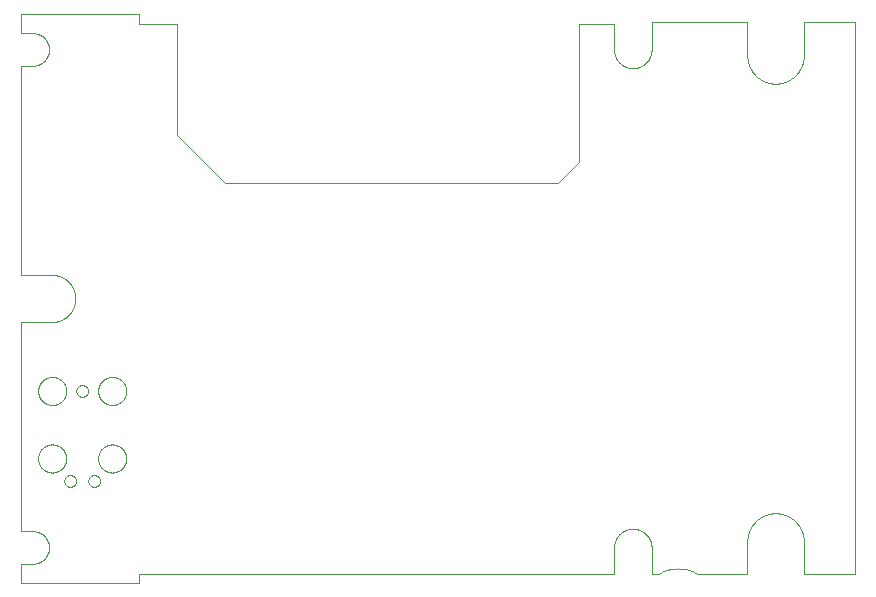
<source format=gbp>
G75*
%MOIN*%
%OFA0B0*%
%FSLAX25Y25*%
%IPPOS*%
%LPD*%
%AMOC8*
5,1,8,0,0,1.08239X$1,22.5*
%
%ADD10C,0.00100*%
%ADD11C,0.00000*%
D10*
X0007311Y0010025D02*
X0046681Y0010025D01*
X0046681Y0012741D01*
X0204998Y0012741D01*
X0204998Y0021741D01*
X0205000Y0021898D01*
X0205006Y0022055D01*
X0205016Y0022212D01*
X0205030Y0022368D01*
X0205047Y0022524D01*
X0205069Y0022680D01*
X0205094Y0022835D01*
X0205124Y0022989D01*
X0205157Y0023143D01*
X0205194Y0023295D01*
X0205235Y0023447D01*
X0205280Y0023598D01*
X0205329Y0023747D01*
X0205381Y0023895D01*
X0205437Y0024042D01*
X0205497Y0024187D01*
X0205560Y0024331D01*
X0205627Y0024473D01*
X0205697Y0024613D01*
X0205771Y0024752D01*
X0205848Y0024889D01*
X0205929Y0025023D01*
X0206013Y0025156D01*
X0206101Y0025286D01*
X0206192Y0025415D01*
X0206286Y0025541D01*
X0206383Y0025664D01*
X0206483Y0025785D01*
X0206586Y0025904D01*
X0206692Y0026019D01*
X0206801Y0026133D01*
X0206913Y0026243D01*
X0207027Y0026350D01*
X0207144Y0026455D01*
X0207264Y0026557D01*
X0207386Y0026655D01*
X0207511Y0026751D01*
X0207638Y0026843D01*
X0207768Y0026932D01*
X0207899Y0027018D01*
X0208033Y0027101D01*
X0208168Y0027180D01*
X0208306Y0027255D01*
X0208446Y0027328D01*
X0208587Y0027396D01*
X0208730Y0027461D01*
X0208874Y0027523D01*
X0209020Y0027581D01*
X0209168Y0027635D01*
X0209317Y0027685D01*
X0209467Y0027732D01*
X0209618Y0027775D01*
X0209770Y0027814D01*
X0209923Y0027849D01*
X0210077Y0027880D01*
X0210232Y0027908D01*
X0210387Y0027931D01*
X0210543Y0027951D01*
X0210699Y0027967D01*
X0210856Y0027979D01*
X0211012Y0027987D01*
X0211169Y0027991D01*
X0211327Y0027991D01*
X0211484Y0027987D01*
X0211640Y0027979D01*
X0211797Y0027967D01*
X0211953Y0027951D01*
X0212109Y0027931D01*
X0212264Y0027908D01*
X0212419Y0027880D01*
X0212573Y0027849D01*
X0212726Y0027814D01*
X0212878Y0027775D01*
X0213029Y0027732D01*
X0213179Y0027685D01*
X0213328Y0027635D01*
X0213476Y0027581D01*
X0213622Y0027523D01*
X0213766Y0027461D01*
X0213909Y0027396D01*
X0214050Y0027328D01*
X0214190Y0027255D01*
X0214328Y0027180D01*
X0214463Y0027101D01*
X0214597Y0027018D01*
X0214728Y0026932D01*
X0214858Y0026843D01*
X0214985Y0026751D01*
X0215110Y0026655D01*
X0215232Y0026557D01*
X0215352Y0026455D01*
X0215469Y0026350D01*
X0215583Y0026243D01*
X0215695Y0026133D01*
X0215804Y0026019D01*
X0215910Y0025904D01*
X0216013Y0025785D01*
X0216113Y0025664D01*
X0216210Y0025541D01*
X0216304Y0025415D01*
X0216395Y0025286D01*
X0216483Y0025156D01*
X0216567Y0025023D01*
X0216648Y0024889D01*
X0216725Y0024752D01*
X0216799Y0024613D01*
X0216869Y0024473D01*
X0216936Y0024331D01*
X0216999Y0024187D01*
X0217059Y0024042D01*
X0217115Y0023895D01*
X0217167Y0023747D01*
X0217216Y0023598D01*
X0217261Y0023447D01*
X0217302Y0023295D01*
X0217339Y0023143D01*
X0217372Y0022989D01*
X0217402Y0022835D01*
X0217427Y0022680D01*
X0217449Y0022524D01*
X0217466Y0022368D01*
X0217480Y0022212D01*
X0217490Y0022055D01*
X0217496Y0021898D01*
X0217498Y0021741D01*
X0217498Y0012741D01*
X0219528Y0012741D01*
X0233093Y0012741D02*
X0249411Y0012741D01*
X0249411Y0023741D01*
X0249414Y0023970D01*
X0249422Y0024199D01*
X0249436Y0024427D01*
X0249456Y0024655D01*
X0249481Y0024883D01*
X0249511Y0025110D01*
X0249547Y0025336D01*
X0249589Y0025561D01*
X0249636Y0025785D01*
X0249688Y0026008D01*
X0249746Y0026229D01*
X0249810Y0026449D01*
X0249878Y0026668D01*
X0249952Y0026884D01*
X0250031Y0027099D01*
X0250116Y0027312D01*
X0250205Y0027522D01*
X0250300Y0027731D01*
X0250399Y0027937D01*
X0250504Y0028141D01*
X0250614Y0028342D01*
X0250728Y0028540D01*
X0250847Y0028735D01*
X0250971Y0028928D01*
X0251100Y0029117D01*
X0251233Y0029303D01*
X0251371Y0029486D01*
X0251513Y0029666D01*
X0251659Y0029841D01*
X0251810Y0030014D01*
X0251965Y0030182D01*
X0252124Y0030347D01*
X0252287Y0030508D01*
X0252453Y0030665D01*
X0252624Y0030818D01*
X0252798Y0030966D01*
X0252976Y0031111D01*
X0253157Y0031250D01*
X0253342Y0031386D01*
X0253529Y0031517D01*
X0253720Y0031643D01*
X0253914Y0031765D01*
X0254111Y0031882D01*
X0254311Y0031994D01*
X0254513Y0032101D01*
X0254718Y0032203D01*
X0254925Y0032300D01*
X0255135Y0032392D01*
X0255346Y0032479D01*
X0255560Y0032561D01*
X0255776Y0032638D01*
X0255993Y0032709D01*
X0256213Y0032775D01*
X0256433Y0032835D01*
X0256656Y0032891D01*
X0256879Y0032940D01*
X0257104Y0032985D01*
X0257329Y0033023D01*
X0257556Y0033057D01*
X0257783Y0033085D01*
X0258011Y0033107D01*
X0258239Y0033124D01*
X0258468Y0033135D01*
X0258697Y0033140D01*
X0258925Y0033140D01*
X0259154Y0033135D01*
X0259383Y0033124D01*
X0259611Y0033107D01*
X0259839Y0033085D01*
X0260066Y0033057D01*
X0260293Y0033023D01*
X0260518Y0032985D01*
X0260743Y0032940D01*
X0260966Y0032891D01*
X0261189Y0032835D01*
X0261409Y0032775D01*
X0261629Y0032709D01*
X0261846Y0032638D01*
X0262062Y0032561D01*
X0262276Y0032479D01*
X0262487Y0032392D01*
X0262697Y0032300D01*
X0262904Y0032203D01*
X0263109Y0032101D01*
X0263311Y0031994D01*
X0263511Y0031882D01*
X0263708Y0031765D01*
X0263902Y0031643D01*
X0264093Y0031517D01*
X0264280Y0031386D01*
X0264465Y0031250D01*
X0264646Y0031111D01*
X0264824Y0030966D01*
X0264998Y0030818D01*
X0265169Y0030665D01*
X0265335Y0030508D01*
X0265498Y0030347D01*
X0265657Y0030182D01*
X0265812Y0030014D01*
X0265963Y0029841D01*
X0266109Y0029666D01*
X0266251Y0029486D01*
X0266389Y0029303D01*
X0266522Y0029117D01*
X0266651Y0028928D01*
X0266775Y0028735D01*
X0266894Y0028540D01*
X0267008Y0028342D01*
X0267118Y0028141D01*
X0267223Y0027937D01*
X0267322Y0027731D01*
X0267417Y0027522D01*
X0267506Y0027312D01*
X0267591Y0027099D01*
X0267670Y0026884D01*
X0267744Y0026668D01*
X0267812Y0026449D01*
X0267876Y0026229D01*
X0267934Y0026008D01*
X0267986Y0025785D01*
X0268033Y0025561D01*
X0268075Y0025336D01*
X0268111Y0025110D01*
X0268141Y0024883D01*
X0268166Y0024655D01*
X0268186Y0024427D01*
X0268200Y0024199D01*
X0268208Y0023970D01*
X0268211Y0023741D01*
X0268211Y0012741D01*
X0285311Y0012741D01*
X0285311Y0196741D01*
X0268211Y0196741D01*
X0268211Y0185741D01*
X0268208Y0185512D01*
X0268200Y0185283D01*
X0268186Y0185055D01*
X0268166Y0184827D01*
X0268141Y0184599D01*
X0268111Y0184372D01*
X0268075Y0184146D01*
X0268033Y0183921D01*
X0267986Y0183697D01*
X0267934Y0183474D01*
X0267876Y0183253D01*
X0267812Y0183033D01*
X0267744Y0182814D01*
X0267670Y0182598D01*
X0267591Y0182383D01*
X0267506Y0182170D01*
X0267417Y0181960D01*
X0267322Y0181751D01*
X0267223Y0181545D01*
X0267118Y0181341D01*
X0267008Y0181140D01*
X0266894Y0180942D01*
X0266775Y0180747D01*
X0266651Y0180554D01*
X0266522Y0180365D01*
X0266389Y0180179D01*
X0266251Y0179996D01*
X0266109Y0179816D01*
X0265963Y0179641D01*
X0265812Y0179468D01*
X0265657Y0179300D01*
X0265498Y0179135D01*
X0265335Y0178974D01*
X0265169Y0178817D01*
X0264998Y0178664D01*
X0264824Y0178516D01*
X0264646Y0178371D01*
X0264465Y0178232D01*
X0264280Y0178096D01*
X0264093Y0177965D01*
X0263902Y0177839D01*
X0263708Y0177717D01*
X0263511Y0177600D01*
X0263311Y0177488D01*
X0263109Y0177381D01*
X0262904Y0177279D01*
X0262697Y0177182D01*
X0262487Y0177090D01*
X0262276Y0177003D01*
X0262062Y0176921D01*
X0261846Y0176844D01*
X0261629Y0176773D01*
X0261409Y0176707D01*
X0261189Y0176647D01*
X0260966Y0176591D01*
X0260743Y0176542D01*
X0260518Y0176497D01*
X0260293Y0176459D01*
X0260066Y0176425D01*
X0259839Y0176397D01*
X0259611Y0176375D01*
X0259383Y0176358D01*
X0259154Y0176347D01*
X0258925Y0176342D01*
X0258697Y0176342D01*
X0258468Y0176347D01*
X0258239Y0176358D01*
X0258011Y0176375D01*
X0257783Y0176397D01*
X0257556Y0176425D01*
X0257329Y0176459D01*
X0257104Y0176497D01*
X0256879Y0176542D01*
X0256656Y0176591D01*
X0256433Y0176647D01*
X0256213Y0176707D01*
X0255993Y0176773D01*
X0255776Y0176844D01*
X0255560Y0176921D01*
X0255346Y0177003D01*
X0255135Y0177090D01*
X0254925Y0177182D01*
X0254718Y0177279D01*
X0254513Y0177381D01*
X0254311Y0177488D01*
X0254111Y0177600D01*
X0253914Y0177717D01*
X0253720Y0177839D01*
X0253529Y0177965D01*
X0253342Y0178096D01*
X0253157Y0178232D01*
X0252976Y0178371D01*
X0252798Y0178516D01*
X0252624Y0178664D01*
X0252453Y0178817D01*
X0252287Y0178974D01*
X0252124Y0179135D01*
X0251965Y0179300D01*
X0251810Y0179468D01*
X0251659Y0179641D01*
X0251513Y0179816D01*
X0251371Y0179996D01*
X0251233Y0180179D01*
X0251100Y0180365D01*
X0250971Y0180554D01*
X0250847Y0180747D01*
X0250728Y0180942D01*
X0250614Y0181140D01*
X0250504Y0181341D01*
X0250399Y0181545D01*
X0250300Y0181751D01*
X0250205Y0181960D01*
X0250116Y0182170D01*
X0250031Y0182383D01*
X0249952Y0182598D01*
X0249878Y0182814D01*
X0249810Y0183033D01*
X0249746Y0183253D01*
X0249688Y0183474D01*
X0249636Y0183697D01*
X0249589Y0183921D01*
X0249547Y0184146D01*
X0249511Y0184372D01*
X0249481Y0184599D01*
X0249456Y0184827D01*
X0249436Y0185055D01*
X0249422Y0185283D01*
X0249414Y0185512D01*
X0249411Y0185741D01*
X0249411Y0196741D01*
X0217498Y0196741D01*
X0217498Y0187741D01*
X0217496Y0187584D01*
X0217490Y0187427D01*
X0217480Y0187270D01*
X0217466Y0187114D01*
X0217449Y0186958D01*
X0217427Y0186802D01*
X0217402Y0186647D01*
X0217372Y0186493D01*
X0217339Y0186339D01*
X0217302Y0186187D01*
X0217261Y0186035D01*
X0217216Y0185884D01*
X0217167Y0185735D01*
X0217115Y0185587D01*
X0217059Y0185440D01*
X0216999Y0185295D01*
X0216936Y0185151D01*
X0216869Y0185009D01*
X0216799Y0184869D01*
X0216725Y0184730D01*
X0216648Y0184593D01*
X0216567Y0184459D01*
X0216483Y0184326D01*
X0216395Y0184196D01*
X0216304Y0184067D01*
X0216210Y0183941D01*
X0216113Y0183818D01*
X0216013Y0183697D01*
X0215910Y0183578D01*
X0215804Y0183463D01*
X0215695Y0183349D01*
X0215583Y0183239D01*
X0215469Y0183132D01*
X0215352Y0183027D01*
X0215232Y0182925D01*
X0215110Y0182827D01*
X0214985Y0182731D01*
X0214858Y0182639D01*
X0214728Y0182550D01*
X0214597Y0182464D01*
X0214463Y0182381D01*
X0214328Y0182302D01*
X0214190Y0182227D01*
X0214050Y0182154D01*
X0213909Y0182086D01*
X0213766Y0182021D01*
X0213622Y0181959D01*
X0213476Y0181901D01*
X0213328Y0181847D01*
X0213179Y0181797D01*
X0213029Y0181750D01*
X0212878Y0181707D01*
X0212726Y0181668D01*
X0212573Y0181633D01*
X0212419Y0181602D01*
X0212264Y0181574D01*
X0212109Y0181551D01*
X0211953Y0181531D01*
X0211797Y0181515D01*
X0211640Y0181503D01*
X0211484Y0181495D01*
X0211327Y0181491D01*
X0211169Y0181491D01*
X0211012Y0181495D01*
X0210856Y0181503D01*
X0210699Y0181515D01*
X0210543Y0181531D01*
X0210387Y0181551D01*
X0210232Y0181574D01*
X0210077Y0181602D01*
X0209923Y0181633D01*
X0209770Y0181668D01*
X0209618Y0181707D01*
X0209467Y0181750D01*
X0209317Y0181797D01*
X0209168Y0181847D01*
X0209020Y0181901D01*
X0208874Y0181959D01*
X0208730Y0182021D01*
X0208587Y0182086D01*
X0208446Y0182154D01*
X0208306Y0182227D01*
X0208168Y0182302D01*
X0208033Y0182381D01*
X0207899Y0182464D01*
X0207768Y0182550D01*
X0207638Y0182639D01*
X0207511Y0182731D01*
X0207386Y0182827D01*
X0207264Y0182925D01*
X0207144Y0183027D01*
X0207027Y0183132D01*
X0206913Y0183239D01*
X0206801Y0183349D01*
X0206692Y0183463D01*
X0206586Y0183578D01*
X0206483Y0183697D01*
X0206383Y0183818D01*
X0206286Y0183941D01*
X0206192Y0184067D01*
X0206101Y0184196D01*
X0206013Y0184326D01*
X0205929Y0184459D01*
X0205848Y0184593D01*
X0205771Y0184730D01*
X0205697Y0184869D01*
X0205627Y0185009D01*
X0205560Y0185151D01*
X0205497Y0185295D01*
X0205437Y0185440D01*
X0205381Y0185587D01*
X0205329Y0185735D01*
X0205280Y0185884D01*
X0205235Y0186035D01*
X0205194Y0186187D01*
X0205157Y0186339D01*
X0205124Y0186493D01*
X0205094Y0186647D01*
X0205069Y0186802D01*
X0205047Y0186958D01*
X0205030Y0187114D01*
X0205016Y0187270D01*
X0205006Y0187427D01*
X0205000Y0187584D01*
X0204998Y0187741D01*
X0204998Y0196300D01*
X0193300Y0196300D01*
X0193300Y0150300D01*
X0186300Y0143300D01*
X0075300Y0143300D01*
X0059300Y0159300D01*
X0059300Y0196300D01*
X0046681Y0196300D01*
X0046681Y0199458D01*
X0007311Y0199458D01*
X0007311Y0193155D01*
X0011248Y0193155D01*
X0011248Y0193154D02*
X0011393Y0193152D01*
X0011539Y0193146D01*
X0011684Y0193136D01*
X0011828Y0193123D01*
X0011973Y0193105D01*
X0012116Y0193084D01*
X0012259Y0193059D01*
X0012402Y0193030D01*
X0012543Y0192997D01*
X0012684Y0192960D01*
X0012824Y0192920D01*
X0012962Y0192875D01*
X0013099Y0192828D01*
X0013235Y0192776D01*
X0013370Y0192721D01*
X0013503Y0192662D01*
X0013634Y0192600D01*
X0013764Y0192534D01*
X0013891Y0192465D01*
X0014017Y0192392D01*
X0014141Y0192316D01*
X0014263Y0192237D01*
X0014382Y0192154D01*
X0014500Y0192068D01*
X0014615Y0191980D01*
X0014727Y0191888D01*
X0014837Y0191793D01*
X0014945Y0191695D01*
X0015050Y0191594D01*
X0015152Y0191491D01*
X0015251Y0191385D01*
X0015348Y0191276D01*
X0015441Y0191164D01*
X0015531Y0191051D01*
X0015619Y0190934D01*
X0015703Y0190816D01*
X0015784Y0190695D01*
X0015861Y0190572D01*
X0015936Y0190448D01*
X0016007Y0190321D01*
X0016074Y0190192D01*
X0016138Y0190062D01*
X0016199Y0189929D01*
X0016256Y0189796D01*
X0016309Y0189660D01*
X0016359Y0189524D01*
X0016405Y0189386D01*
X0016447Y0189247D01*
X0016486Y0189107D01*
X0016521Y0188966D01*
X0016552Y0188824D01*
X0016579Y0188681D01*
X0016602Y0188537D01*
X0016622Y0188393D01*
X0016637Y0188249D01*
X0016649Y0188104D01*
X0016657Y0187959D01*
X0016661Y0187814D01*
X0016661Y0187668D01*
X0016657Y0187523D01*
X0016649Y0187378D01*
X0016637Y0187233D01*
X0016622Y0187089D01*
X0016602Y0186945D01*
X0016579Y0186801D01*
X0016552Y0186658D01*
X0016521Y0186516D01*
X0016486Y0186375D01*
X0016447Y0186235D01*
X0016405Y0186096D01*
X0016359Y0185958D01*
X0016309Y0185822D01*
X0016256Y0185686D01*
X0016199Y0185553D01*
X0016138Y0185420D01*
X0016074Y0185290D01*
X0016007Y0185161D01*
X0015936Y0185035D01*
X0015861Y0184910D01*
X0015784Y0184787D01*
X0015703Y0184666D01*
X0015619Y0184548D01*
X0015531Y0184431D01*
X0015441Y0184318D01*
X0015348Y0184206D01*
X0015251Y0184097D01*
X0015152Y0183991D01*
X0015050Y0183888D01*
X0014945Y0183787D01*
X0014837Y0183689D01*
X0014727Y0183594D01*
X0014615Y0183502D01*
X0014500Y0183414D01*
X0014382Y0183328D01*
X0014263Y0183245D01*
X0014141Y0183166D01*
X0014017Y0183090D01*
X0013891Y0183017D01*
X0013764Y0182948D01*
X0013634Y0182882D01*
X0013503Y0182820D01*
X0013370Y0182761D01*
X0013235Y0182706D01*
X0013099Y0182654D01*
X0012962Y0182607D01*
X0012824Y0182562D01*
X0012684Y0182522D01*
X0012543Y0182485D01*
X0012402Y0182452D01*
X0012259Y0182423D01*
X0012116Y0182398D01*
X0011973Y0182377D01*
X0011828Y0182359D01*
X0011684Y0182346D01*
X0011539Y0182336D01*
X0011393Y0182330D01*
X0011248Y0182328D01*
X0007311Y0182328D01*
X0007311Y0112615D01*
X0017540Y0112615D01*
X0017732Y0112613D01*
X0017923Y0112606D01*
X0018115Y0112594D01*
X0018306Y0112578D01*
X0018496Y0112557D01*
X0018686Y0112531D01*
X0018876Y0112501D01*
X0019064Y0112466D01*
X0019252Y0112427D01*
X0019439Y0112383D01*
X0019624Y0112334D01*
X0019808Y0112281D01*
X0019991Y0112224D01*
X0020173Y0112162D01*
X0020353Y0112095D01*
X0020531Y0112025D01*
X0020708Y0111950D01*
X0020882Y0111870D01*
X0021055Y0111787D01*
X0021225Y0111699D01*
X0021394Y0111608D01*
X0021560Y0111512D01*
X0021723Y0111412D01*
X0021885Y0111308D01*
X0022043Y0111200D01*
X0022199Y0111089D01*
X0022352Y0110973D01*
X0022503Y0110854D01*
X0022650Y0110732D01*
X0022794Y0110605D01*
X0022936Y0110476D01*
X0023074Y0110343D01*
X0023209Y0110206D01*
X0023340Y0110066D01*
X0023468Y0109924D01*
X0023592Y0109778D01*
X0023713Y0109629D01*
X0023830Y0109477D01*
X0023944Y0109323D01*
X0024054Y0109165D01*
X0024159Y0109005D01*
X0024261Y0108843D01*
X0024359Y0108678D01*
X0024453Y0108511D01*
X0024543Y0108341D01*
X0024628Y0108170D01*
X0024710Y0107996D01*
X0024787Y0107821D01*
X0024860Y0107643D01*
X0024928Y0107464D01*
X0024992Y0107283D01*
X0025052Y0107101D01*
X0025107Y0106918D01*
X0025158Y0106733D01*
X0025204Y0106547D01*
X0025246Y0106359D01*
X0025283Y0106171D01*
X0025316Y0105982D01*
X0025343Y0105793D01*
X0025367Y0105602D01*
X0025385Y0105411D01*
X0025399Y0105220D01*
X0025409Y0105029D01*
X0025413Y0104837D01*
X0025413Y0104645D01*
X0025409Y0104453D01*
X0025399Y0104262D01*
X0025385Y0104071D01*
X0025367Y0103880D01*
X0025343Y0103689D01*
X0025316Y0103500D01*
X0025283Y0103311D01*
X0025246Y0103123D01*
X0025204Y0102935D01*
X0025158Y0102749D01*
X0025107Y0102564D01*
X0025052Y0102381D01*
X0024992Y0102199D01*
X0024928Y0102018D01*
X0024860Y0101839D01*
X0024787Y0101661D01*
X0024710Y0101486D01*
X0024628Y0101312D01*
X0024543Y0101141D01*
X0024453Y0100971D01*
X0024359Y0100804D01*
X0024261Y0100639D01*
X0024159Y0100477D01*
X0024054Y0100317D01*
X0023944Y0100159D01*
X0023830Y0100005D01*
X0023713Y0099853D01*
X0023592Y0099704D01*
X0023468Y0099558D01*
X0023340Y0099416D01*
X0023209Y0099276D01*
X0023074Y0099139D01*
X0022936Y0099006D01*
X0022794Y0098877D01*
X0022650Y0098750D01*
X0022503Y0098628D01*
X0022352Y0098509D01*
X0022199Y0098393D01*
X0022043Y0098282D01*
X0021885Y0098174D01*
X0021723Y0098070D01*
X0021560Y0097970D01*
X0021394Y0097874D01*
X0021225Y0097783D01*
X0021055Y0097695D01*
X0020882Y0097612D01*
X0020708Y0097532D01*
X0020531Y0097457D01*
X0020353Y0097387D01*
X0020173Y0097320D01*
X0019991Y0097258D01*
X0019808Y0097201D01*
X0019624Y0097148D01*
X0019439Y0097099D01*
X0019252Y0097055D01*
X0019064Y0097016D01*
X0018876Y0096981D01*
X0018686Y0096951D01*
X0018496Y0096925D01*
X0018306Y0096904D01*
X0018115Y0096888D01*
X0017923Y0096876D01*
X0017732Y0096869D01*
X0017540Y0096867D01*
X0007311Y0096867D01*
X0007311Y0027155D01*
X0011248Y0027155D01*
X0011248Y0027154D02*
X0011393Y0027152D01*
X0011539Y0027146D01*
X0011684Y0027136D01*
X0011828Y0027123D01*
X0011973Y0027105D01*
X0012116Y0027084D01*
X0012259Y0027059D01*
X0012402Y0027030D01*
X0012543Y0026997D01*
X0012684Y0026960D01*
X0012824Y0026920D01*
X0012962Y0026875D01*
X0013099Y0026828D01*
X0013235Y0026776D01*
X0013370Y0026721D01*
X0013503Y0026662D01*
X0013634Y0026600D01*
X0013764Y0026534D01*
X0013891Y0026465D01*
X0014017Y0026392D01*
X0014141Y0026316D01*
X0014263Y0026237D01*
X0014382Y0026154D01*
X0014500Y0026068D01*
X0014615Y0025980D01*
X0014727Y0025888D01*
X0014837Y0025793D01*
X0014945Y0025695D01*
X0015050Y0025594D01*
X0015152Y0025491D01*
X0015251Y0025385D01*
X0015348Y0025276D01*
X0015441Y0025164D01*
X0015531Y0025051D01*
X0015619Y0024934D01*
X0015703Y0024816D01*
X0015784Y0024695D01*
X0015861Y0024572D01*
X0015936Y0024448D01*
X0016007Y0024321D01*
X0016074Y0024192D01*
X0016138Y0024062D01*
X0016199Y0023929D01*
X0016256Y0023796D01*
X0016309Y0023660D01*
X0016359Y0023524D01*
X0016405Y0023386D01*
X0016447Y0023247D01*
X0016486Y0023107D01*
X0016521Y0022966D01*
X0016552Y0022824D01*
X0016579Y0022681D01*
X0016602Y0022537D01*
X0016622Y0022393D01*
X0016637Y0022249D01*
X0016649Y0022104D01*
X0016657Y0021959D01*
X0016661Y0021814D01*
X0016661Y0021668D01*
X0016657Y0021523D01*
X0016649Y0021378D01*
X0016637Y0021233D01*
X0016622Y0021089D01*
X0016602Y0020945D01*
X0016579Y0020801D01*
X0016552Y0020658D01*
X0016521Y0020516D01*
X0016486Y0020375D01*
X0016447Y0020235D01*
X0016405Y0020096D01*
X0016359Y0019958D01*
X0016309Y0019822D01*
X0016256Y0019686D01*
X0016199Y0019553D01*
X0016138Y0019420D01*
X0016074Y0019290D01*
X0016007Y0019161D01*
X0015936Y0019035D01*
X0015861Y0018910D01*
X0015784Y0018787D01*
X0015703Y0018666D01*
X0015619Y0018548D01*
X0015531Y0018431D01*
X0015441Y0018318D01*
X0015348Y0018206D01*
X0015251Y0018097D01*
X0015152Y0017991D01*
X0015050Y0017888D01*
X0014945Y0017787D01*
X0014837Y0017689D01*
X0014727Y0017594D01*
X0014615Y0017502D01*
X0014500Y0017414D01*
X0014382Y0017328D01*
X0014263Y0017245D01*
X0014141Y0017166D01*
X0014017Y0017090D01*
X0013891Y0017017D01*
X0013764Y0016948D01*
X0013634Y0016882D01*
X0013503Y0016820D01*
X0013370Y0016761D01*
X0013235Y0016706D01*
X0013099Y0016654D01*
X0012962Y0016607D01*
X0012824Y0016562D01*
X0012684Y0016522D01*
X0012543Y0016485D01*
X0012402Y0016452D01*
X0012259Y0016423D01*
X0012116Y0016398D01*
X0011973Y0016377D01*
X0011828Y0016359D01*
X0011684Y0016346D01*
X0011539Y0016336D01*
X0011393Y0016330D01*
X0011248Y0016328D01*
X0007311Y0016328D01*
X0007311Y0010025D01*
X0219529Y0012741D02*
X0219787Y0012903D01*
X0220049Y0013059D01*
X0220315Y0013209D01*
X0220584Y0013352D01*
X0220857Y0013488D01*
X0221133Y0013618D01*
X0221412Y0013741D01*
X0221695Y0013857D01*
X0221979Y0013966D01*
X0222267Y0014069D01*
X0222557Y0014164D01*
X0222849Y0014252D01*
X0223143Y0014333D01*
X0223439Y0014407D01*
X0223737Y0014473D01*
X0224036Y0014532D01*
X0224336Y0014584D01*
X0224638Y0014629D01*
X0224941Y0014666D01*
X0225245Y0014695D01*
X0225549Y0014718D01*
X0225854Y0014733D01*
X0226158Y0014740D01*
X0226464Y0014740D01*
X0226768Y0014733D01*
X0227073Y0014718D01*
X0227377Y0014695D01*
X0227681Y0014666D01*
X0227984Y0014629D01*
X0228286Y0014584D01*
X0228586Y0014532D01*
X0228885Y0014473D01*
X0229183Y0014407D01*
X0229479Y0014333D01*
X0229773Y0014252D01*
X0230065Y0014164D01*
X0230355Y0014069D01*
X0230643Y0013966D01*
X0230927Y0013857D01*
X0231210Y0013741D01*
X0231489Y0013618D01*
X0231765Y0013488D01*
X0232038Y0013352D01*
X0232307Y0013209D01*
X0232573Y0013059D01*
X0232835Y0012903D01*
X0233093Y0012741D01*
D11*
X0033025Y0051400D02*
X0033027Y0051537D01*
X0033033Y0051673D01*
X0033043Y0051809D01*
X0033057Y0051945D01*
X0033075Y0052081D01*
X0033097Y0052216D01*
X0033122Y0052350D01*
X0033152Y0052483D01*
X0033186Y0052615D01*
X0033223Y0052747D01*
X0033264Y0052877D01*
X0033310Y0053006D01*
X0033358Y0053134D01*
X0033411Y0053260D01*
X0033467Y0053384D01*
X0033527Y0053507D01*
X0033590Y0053628D01*
X0033657Y0053747D01*
X0033727Y0053864D01*
X0033801Y0053980D01*
X0033878Y0054092D01*
X0033958Y0054203D01*
X0034042Y0054311D01*
X0034129Y0054417D01*
X0034218Y0054520D01*
X0034311Y0054620D01*
X0034406Y0054718D01*
X0034505Y0054813D01*
X0034606Y0054905D01*
X0034710Y0054993D01*
X0034816Y0055079D01*
X0034925Y0055162D01*
X0035036Y0055241D01*
X0035149Y0055318D01*
X0035265Y0055391D01*
X0035382Y0055460D01*
X0035502Y0055526D01*
X0035623Y0055588D01*
X0035747Y0055647D01*
X0035872Y0055703D01*
X0035998Y0055754D01*
X0036126Y0055802D01*
X0036255Y0055846D01*
X0036386Y0055887D01*
X0036518Y0055923D01*
X0036650Y0055956D01*
X0036784Y0055984D01*
X0036918Y0056009D01*
X0037053Y0056030D01*
X0037189Y0056047D01*
X0037325Y0056060D01*
X0037461Y0056069D01*
X0037598Y0056074D01*
X0037734Y0056075D01*
X0037871Y0056072D01*
X0038007Y0056065D01*
X0038143Y0056054D01*
X0038279Y0056039D01*
X0038414Y0056020D01*
X0038549Y0055997D01*
X0038683Y0055970D01*
X0038816Y0055940D01*
X0038948Y0055905D01*
X0039080Y0055867D01*
X0039209Y0055825D01*
X0039338Y0055779D01*
X0039465Y0055729D01*
X0039591Y0055675D01*
X0039715Y0055618D01*
X0039838Y0055558D01*
X0039958Y0055493D01*
X0040077Y0055426D01*
X0040193Y0055355D01*
X0040308Y0055280D01*
X0040420Y0055202D01*
X0040530Y0055121D01*
X0040638Y0055037D01*
X0040743Y0054949D01*
X0040845Y0054859D01*
X0040945Y0054766D01*
X0041042Y0054669D01*
X0041136Y0054570D01*
X0041227Y0054469D01*
X0041315Y0054364D01*
X0041400Y0054257D01*
X0041482Y0054148D01*
X0041561Y0054036D01*
X0041636Y0053922D01*
X0041708Y0053806D01*
X0041777Y0053688D01*
X0041842Y0053568D01*
X0041904Y0053446D01*
X0041962Y0053322D01*
X0042016Y0053197D01*
X0042067Y0053070D01*
X0042113Y0052942D01*
X0042157Y0052812D01*
X0042196Y0052681D01*
X0042232Y0052549D01*
X0042263Y0052416D01*
X0042291Y0052283D01*
X0042315Y0052148D01*
X0042335Y0052013D01*
X0042351Y0051877D01*
X0042363Y0051741D01*
X0042371Y0051605D01*
X0042375Y0051468D01*
X0042375Y0051332D01*
X0042371Y0051195D01*
X0042363Y0051059D01*
X0042351Y0050923D01*
X0042335Y0050787D01*
X0042315Y0050652D01*
X0042291Y0050517D01*
X0042263Y0050384D01*
X0042232Y0050251D01*
X0042196Y0050119D01*
X0042157Y0049988D01*
X0042113Y0049858D01*
X0042067Y0049730D01*
X0042016Y0049603D01*
X0041962Y0049478D01*
X0041904Y0049354D01*
X0041842Y0049232D01*
X0041777Y0049112D01*
X0041708Y0048994D01*
X0041636Y0048878D01*
X0041561Y0048764D01*
X0041482Y0048652D01*
X0041400Y0048543D01*
X0041315Y0048436D01*
X0041227Y0048331D01*
X0041136Y0048230D01*
X0041042Y0048131D01*
X0040945Y0048034D01*
X0040845Y0047941D01*
X0040743Y0047851D01*
X0040638Y0047763D01*
X0040530Y0047679D01*
X0040420Y0047598D01*
X0040308Y0047520D01*
X0040193Y0047445D01*
X0040077Y0047374D01*
X0039958Y0047307D01*
X0039838Y0047242D01*
X0039715Y0047182D01*
X0039591Y0047125D01*
X0039465Y0047071D01*
X0039338Y0047021D01*
X0039209Y0046975D01*
X0039080Y0046933D01*
X0038948Y0046895D01*
X0038816Y0046860D01*
X0038683Y0046830D01*
X0038549Y0046803D01*
X0038414Y0046780D01*
X0038279Y0046761D01*
X0038143Y0046746D01*
X0038007Y0046735D01*
X0037871Y0046728D01*
X0037734Y0046725D01*
X0037598Y0046726D01*
X0037461Y0046731D01*
X0037325Y0046740D01*
X0037189Y0046753D01*
X0037053Y0046770D01*
X0036918Y0046791D01*
X0036784Y0046816D01*
X0036650Y0046844D01*
X0036518Y0046877D01*
X0036386Y0046913D01*
X0036255Y0046954D01*
X0036126Y0046998D01*
X0035998Y0047046D01*
X0035872Y0047097D01*
X0035747Y0047153D01*
X0035623Y0047212D01*
X0035502Y0047274D01*
X0035382Y0047340D01*
X0035265Y0047409D01*
X0035149Y0047482D01*
X0035036Y0047559D01*
X0034925Y0047638D01*
X0034816Y0047721D01*
X0034710Y0047807D01*
X0034606Y0047895D01*
X0034505Y0047987D01*
X0034406Y0048082D01*
X0034311Y0048180D01*
X0034218Y0048280D01*
X0034129Y0048383D01*
X0034042Y0048489D01*
X0033958Y0048597D01*
X0033878Y0048708D01*
X0033801Y0048820D01*
X0033727Y0048936D01*
X0033657Y0049053D01*
X0033590Y0049172D01*
X0033527Y0049293D01*
X0033467Y0049416D01*
X0033411Y0049540D01*
X0033358Y0049666D01*
X0033310Y0049794D01*
X0033264Y0049923D01*
X0033223Y0050053D01*
X0033186Y0050185D01*
X0033152Y0050317D01*
X0033122Y0050450D01*
X0033097Y0050584D01*
X0033075Y0050719D01*
X0033057Y0050855D01*
X0033043Y0050991D01*
X0033033Y0051127D01*
X0033027Y0051263D01*
X0033025Y0051400D01*
X0029750Y0043900D02*
X0029752Y0043988D01*
X0029758Y0044076D01*
X0029768Y0044164D01*
X0029782Y0044251D01*
X0029800Y0044337D01*
X0029821Y0044422D01*
X0029847Y0044507D01*
X0029876Y0044590D01*
X0029909Y0044672D01*
X0029946Y0044752D01*
X0029986Y0044830D01*
X0030030Y0044907D01*
X0030077Y0044981D01*
X0030128Y0045053D01*
X0030181Y0045123D01*
X0030238Y0045191D01*
X0030298Y0045255D01*
X0030361Y0045317D01*
X0030426Y0045376D01*
X0030494Y0045432D01*
X0030565Y0045485D01*
X0030637Y0045535D01*
X0030712Y0045581D01*
X0030789Y0045624D01*
X0030868Y0045664D01*
X0030949Y0045699D01*
X0031031Y0045732D01*
X0031114Y0045760D01*
X0031199Y0045785D01*
X0031285Y0045805D01*
X0031371Y0045822D01*
X0031458Y0045835D01*
X0031546Y0045844D01*
X0031634Y0045849D01*
X0031722Y0045850D01*
X0031810Y0045847D01*
X0031898Y0045840D01*
X0031985Y0045829D01*
X0032072Y0045814D01*
X0032158Y0045795D01*
X0032244Y0045773D01*
X0032328Y0045746D01*
X0032410Y0045716D01*
X0032492Y0045682D01*
X0032572Y0045644D01*
X0032649Y0045603D01*
X0032725Y0045559D01*
X0032799Y0045511D01*
X0032871Y0045459D01*
X0032940Y0045405D01*
X0033007Y0045347D01*
X0033071Y0045287D01*
X0033132Y0045223D01*
X0033191Y0045157D01*
X0033246Y0045089D01*
X0033298Y0045017D01*
X0033347Y0044944D01*
X0033392Y0044869D01*
X0033434Y0044791D01*
X0033473Y0044712D01*
X0033508Y0044631D01*
X0033539Y0044548D01*
X0033566Y0044465D01*
X0033590Y0044380D01*
X0033610Y0044294D01*
X0033626Y0044207D01*
X0033638Y0044120D01*
X0033646Y0044032D01*
X0033650Y0043944D01*
X0033650Y0043856D01*
X0033646Y0043768D01*
X0033638Y0043680D01*
X0033626Y0043593D01*
X0033610Y0043506D01*
X0033590Y0043420D01*
X0033566Y0043335D01*
X0033539Y0043252D01*
X0033508Y0043169D01*
X0033473Y0043088D01*
X0033434Y0043009D01*
X0033392Y0042931D01*
X0033347Y0042856D01*
X0033298Y0042783D01*
X0033246Y0042711D01*
X0033191Y0042643D01*
X0033132Y0042577D01*
X0033071Y0042513D01*
X0033007Y0042453D01*
X0032940Y0042395D01*
X0032871Y0042341D01*
X0032799Y0042289D01*
X0032725Y0042241D01*
X0032649Y0042197D01*
X0032572Y0042156D01*
X0032492Y0042118D01*
X0032410Y0042084D01*
X0032328Y0042054D01*
X0032244Y0042027D01*
X0032158Y0042005D01*
X0032072Y0041986D01*
X0031985Y0041971D01*
X0031898Y0041960D01*
X0031810Y0041953D01*
X0031722Y0041950D01*
X0031634Y0041951D01*
X0031546Y0041956D01*
X0031458Y0041965D01*
X0031371Y0041978D01*
X0031285Y0041995D01*
X0031199Y0042015D01*
X0031114Y0042040D01*
X0031031Y0042068D01*
X0030949Y0042101D01*
X0030868Y0042136D01*
X0030789Y0042176D01*
X0030712Y0042219D01*
X0030637Y0042265D01*
X0030565Y0042315D01*
X0030494Y0042368D01*
X0030426Y0042424D01*
X0030361Y0042483D01*
X0030298Y0042545D01*
X0030238Y0042609D01*
X0030181Y0042677D01*
X0030128Y0042747D01*
X0030077Y0042819D01*
X0030030Y0042893D01*
X0029986Y0042970D01*
X0029946Y0043048D01*
X0029909Y0043128D01*
X0029876Y0043210D01*
X0029847Y0043293D01*
X0029821Y0043378D01*
X0029800Y0043463D01*
X0029782Y0043549D01*
X0029768Y0043636D01*
X0029758Y0043724D01*
X0029752Y0043812D01*
X0029750Y0043900D01*
X0021750Y0043900D02*
X0021752Y0043988D01*
X0021758Y0044076D01*
X0021768Y0044164D01*
X0021782Y0044251D01*
X0021800Y0044337D01*
X0021821Y0044422D01*
X0021847Y0044507D01*
X0021876Y0044590D01*
X0021909Y0044672D01*
X0021946Y0044752D01*
X0021986Y0044830D01*
X0022030Y0044907D01*
X0022077Y0044981D01*
X0022128Y0045053D01*
X0022181Y0045123D01*
X0022238Y0045191D01*
X0022298Y0045255D01*
X0022361Y0045317D01*
X0022426Y0045376D01*
X0022494Y0045432D01*
X0022565Y0045485D01*
X0022637Y0045535D01*
X0022712Y0045581D01*
X0022789Y0045624D01*
X0022868Y0045664D01*
X0022949Y0045699D01*
X0023031Y0045732D01*
X0023114Y0045760D01*
X0023199Y0045785D01*
X0023285Y0045805D01*
X0023371Y0045822D01*
X0023458Y0045835D01*
X0023546Y0045844D01*
X0023634Y0045849D01*
X0023722Y0045850D01*
X0023810Y0045847D01*
X0023898Y0045840D01*
X0023985Y0045829D01*
X0024072Y0045814D01*
X0024158Y0045795D01*
X0024244Y0045773D01*
X0024328Y0045746D01*
X0024410Y0045716D01*
X0024492Y0045682D01*
X0024572Y0045644D01*
X0024649Y0045603D01*
X0024725Y0045559D01*
X0024799Y0045511D01*
X0024871Y0045459D01*
X0024940Y0045405D01*
X0025007Y0045347D01*
X0025071Y0045287D01*
X0025132Y0045223D01*
X0025191Y0045157D01*
X0025246Y0045089D01*
X0025298Y0045017D01*
X0025347Y0044944D01*
X0025392Y0044869D01*
X0025434Y0044791D01*
X0025473Y0044712D01*
X0025508Y0044631D01*
X0025539Y0044548D01*
X0025566Y0044465D01*
X0025590Y0044380D01*
X0025610Y0044294D01*
X0025626Y0044207D01*
X0025638Y0044120D01*
X0025646Y0044032D01*
X0025650Y0043944D01*
X0025650Y0043856D01*
X0025646Y0043768D01*
X0025638Y0043680D01*
X0025626Y0043593D01*
X0025610Y0043506D01*
X0025590Y0043420D01*
X0025566Y0043335D01*
X0025539Y0043252D01*
X0025508Y0043169D01*
X0025473Y0043088D01*
X0025434Y0043009D01*
X0025392Y0042931D01*
X0025347Y0042856D01*
X0025298Y0042783D01*
X0025246Y0042711D01*
X0025191Y0042643D01*
X0025132Y0042577D01*
X0025071Y0042513D01*
X0025007Y0042453D01*
X0024940Y0042395D01*
X0024871Y0042341D01*
X0024799Y0042289D01*
X0024725Y0042241D01*
X0024649Y0042197D01*
X0024572Y0042156D01*
X0024492Y0042118D01*
X0024410Y0042084D01*
X0024328Y0042054D01*
X0024244Y0042027D01*
X0024158Y0042005D01*
X0024072Y0041986D01*
X0023985Y0041971D01*
X0023898Y0041960D01*
X0023810Y0041953D01*
X0023722Y0041950D01*
X0023634Y0041951D01*
X0023546Y0041956D01*
X0023458Y0041965D01*
X0023371Y0041978D01*
X0023285Y0041995D01*
X0023199Y0042015D01*
X0023114Y0042040D01*
X0023031Y0042068D01*
X0022949Y0042101D01*
X0022868Y0042136D01*
X0022789Y0042176D01*
X0022712Y0042219D01*
X0022637Y0042265D01*
X0022565Y0042315D01*
X0022494Y0042368D01*
X0022426Y0042424D01*
X0022361Y0042483D01*
X0022298Y0042545D01*
X0022238Y0042609D01*
X0022181Y0042677D01*
X0022128Y0042747D01*
X0022077Y0042819D01*
X0022030Y0042893D01*
X0021986Y0042970D01*
X0021946Y0043048D01*
X0021909Y0043128D01*
X0021876Y0043210D01*
X0021847Y0043293D01*
X0021821Y0043378D01*
X0021800Y0043463D01*
X0021782Y0043549D01*
X0021768Y0043636D01*
X0021758Y0043724D01*
X0021752Y0043812D01*
X0021750Y0043900D01*
X0013025Y0051400D02*
X0013027Y0051537D01*
X0013033Y0051673D01*
X0013043Y0051809D01*
X0013057Y0051945D01*
X0013075Y0052081D01*
X0013097Y0052216D01*
X0013122Y0052350D01*
X0013152Y0052483D01*
X0013186Y0052615D01*
X0013223Y0052747D01*
X0013264Y0052877D01*
X0013310Y0053006D01*
X0013358Y0053134D01*
X0013411Y0053260D01*
X0013467Y0053384D01*
X0013527Y0053507D01*
X0013590Y0053628D01*
X0013657Y0053747D01*
X0013727Y0053864D01*
X0013801Y0053980D01*
X0013878Y0054092D01*
X0013958Y0054203D01*
X0014042Y0054311D01*
X0014129Y0054417D01*
X0014218Y0054520D01*
X0014311Y0054620D01*
X0014406Y0054718D01*
X0014505Y0054813D01*
X0014606Y0054905D01*
X0014710Y0054993D01*
X0014816Y0055079D01*
X0014925Y0055162D01*
X0015036Y0055241D01*
X0015149Y0055318D01*
X0015265Y0055391D01*
X0015382Y0055460D01*
X0015502Y0055526D01*
X0015623Y0055588D01*
X0015747Y0055647D01*
X0015872Y0055703D01*
X0015998Y0055754D01*
X0016126Y0055802D01*
X0016255Y0055846D01*
X0016386Y0055887D01*
X0016518Y0055923D01*
X0016650Y0055956D01*
X0016784Y0055984D01*
X0016918Y0056009D01*
X0017053Y0056030D01*
X0017189Y0056047D01*
X0017325Y0056060D01*
X0017461Y0056069D01*
X0017598Y0056074D01*
X0017734Y0056075D01*
X0017871Y0056072D01*
X0018007Y0056065D01*
X0018143Y0056054D01*
X0018279Y0056039D01*
X0018414Y0056020D01*
X0018549Y0055997D01*
X0018683Y0055970D01*
X0018816Y0055940D01*
X0018948Y0055905D01*
X0019080Y0055867D01*
X0019209Y0055825D01*
X0019338Y0055779D01*
X0019465Y0055729D01*
X0019591Y0055675D01*
X0019715Y0055618D01*
X0019838Y0055558D01*
X0019958Y0055493D01*
X0020077Y0055426D01*
X0020193Y0055355D01*
X0020308Y0055280D01*
X0020420Y0055202D01*
X0020530Y0055121D01*
X0020638Y0055037D01*
X0020743Y0054949D01*
X0020845Y0054859D01*
X0020945Y0054766D01*
X0021042Y0054669D01*
X0021136Y0054570D01*
X0021227Y0054469D01*
X0021315Y0054364D01*
X0021400Y0054257D01*
X0021482Y0054148D01*
X0021561Y0054036D01*
X0021636Y0053922D01*
X0021708Y0053806D01*
X0021777Y0053688D01*
X0021842Y0053568D01*
X0021904Y0053446D01*
X0021962Y0053322D01*
X0022016Y0053197D01*
X0022067Y0053070D01*
X0022113Y0052942D01*
X0022157Y0052812D01*
X0022196Y0052681D01*
X0022232Y0052549D01*
X0022263Y0052416D01*
X0022291Y0052283D01*
X0022315Y0052148D01*
X0022335Y0052013D01*
X0022351Y0051877D01*
X0022363Y0051741D01*
X0022371Y0051605D01*
X0022375Y0051468D01*
X0022375Y0051332D01*
X0022371Y0051195D01*
X0022363Y0051059D01*
X0022351Y0050923D01*
X0022335Y0050787D01*
X0022315Y0050652D01*
X0022291Y0050517D01*
X0022263Y0050384D01*
X0022232Y0050251D01*
X0022196Y0050119D01*
X0022157Y0049988D01*
X0022113Y0049858D01*
X0022067Y0049730D01*
X0022016Y0049603D01*
X0021962Y0049478D01*
X0021904Y0049354D01*
X0021842Y0049232D01*
X0021777Y0049112D01*
X0021708Y0048994D01*
X0021636Y0048878D01*
X0021561Y0048764D01*
X0021482Y0048652D01*
X0021400Y0048543D01*
X0021315Y0048436D01*
X0021227Y0048331D01*
X0021136Y0048230D01*
X0021042Y0048131D01*
X0020945Y0048034D01*
X0020845Y0047941D01*
X0020743Y0047851D01*
X0020638Y0047763D01*
X0020530Y0047679D01*
X0020420Y0047598D01*
X0020308Y0047520D01*
X0020193Y0047445D01*
X0020077Y0047374D01*
X0019958Y0047307D01*
X0019838Y0047242D01*
X0019715Y0047182D01*
X0019591Y0047125D01*
X0019465Y0047071D01*
X0019338Y0047021D01*
X0019209Y0046975D01*
X0019080Y0046933D01*
X0018948Y0046895D01*
X0018816Y0046860D01*
X0018683Y0046830D01*
X0018549Y0046803D01*
X0018414Y0046780D01*
X0018279Y0046761D01*
X0018143Y0046746D01*
X0018007Y0046735D01*
X0017871Y0046728D01*
X0017734Y0046725D01*
X0017598Y0046726D01*
X0017461Y0046731D01*
X0017325Y0046740D01*
X0017189Y0046753D01*
X0017053Y0046770D01*
X0016918Y0046791D01*
X0016784Y0046816D01*
X0016650Y0046844D01*
X0016518Y0046877D01*
X0016386Y0046913D01*
X0016255Y0046954D01*
X0016126Y0046998D01*
X0015998Y0047046D01*
X0015872Y0047097D01*
X0015747Y0047153D01*
X0015623Y0047212D01*
X0015502Y0047274D01*
X0015382Y0047340D01*
X0015265Y0047409D01*
X0015149Y0047482D01*
X0015036Y0047559D01*
X0014925Y0047638D01*
X0014816Y0047721D01*
X0014710Y0047807D01*
X0014606Y0047895D01*
X0014505Y0047987D01*
X0014406Y0048082D01*
X0014311Y0048180D01*
X0014218Y0048280D01*
X0014129Y0048383D01*
X0014042Y0048489D01*
X0013958Y0048597D01*
X0013878Y0048708D01*
X0013801Y0048820D01*
X0013727Y0048936D01*
X0013657Y0049053D01*
X0013590Y0049172D01*
X0013527Y0049293D01*
X0013467Y0049416D01*
X0013411Y0049540D01*
X0013358Y0049666D01*
X0013310Y0049794D01*
X0013264Y0049923D01*
X0013223Y0050053D01*
X0013186Y0050185D01*
X0013152Y0050317D01*
X0013122Y0050450D01*
X0013097Y0050584D01*
X0013075Y0050719D01*
X0013057Y0050855D01*
X0013043Y0050991D01*
X0013033Y0051127D01*
X0013027Y0051263D01*
X0013025Y0051400D01*
X0013025Y0073900D02*
X0013027Y0074037D01*
X0013033Y0074173D01*
X0013043Y0074309D01*
X0013057Y0074445D01*
X0013075Y0074581D01*
X0013097Y0074716D01*
X0013122Y0074850D01*
X0013152Y0074983D01*
X0013186Y0075115D01*
X0013223Y0075247D01*
X0013264Y0075377D01*
X0013310Y0075506D01*
X0013358Y0075634D01*
X0013411Y0075760D01*
X0013467Y0075884D01*
X0013527Y0076007D01*
X0013590Y0076128D01*
X0013657Y0076247D01*
X0013727Y0076364D01*
X0013801Y0076480D01*
X0013878Y0076592D01*
X0013958Y0076703D01*
X0014042Y0076811D01*
X0014129Y0076917D01*
X0014218Y0077020D01*
X0014311Y0077120D01*
X0014406Y0077218D01*
X0014505Y0077313D01*
X0014606Y0077405D01*
X0014710Y0077493D01*
X0014816Y0077579D01*
X0014925Y0077662D01*
X0015036Y0077741D01*
X0015149Y0077818D01*
X0015265Y0077891D01*
X0015382Y0077960D01*
X0015502Y0078026D01*
X0015623Y0078088D01*
X0015747Y0078147D01*
X0015872Y0078203D01*
X0015998Y0078254D01*
X0016126Y0078302D01*
X0016255Y0078346D01*
X0016386Y0078387D01*
X0016518Y0078423D01*
X0016650Y0078456D01*
X0016784Y0078484D01*
X0016918Y0078509D01*
X0017053Y0078530D01*
X0017189Y0078547D01*
X0017325Y0078560D01*
X0017461Y0078569D01*
X0017598Y0078574D01*
X0017734Y0078575D01*
X0017871Y0078572D01*
X0018007Y0078565D01*
X0018143Y0078554D01*
X0018279Y0078539D01*
X0018414Y0078520D01*
X0018549Y0078497D01*
X0018683Y0078470D01*
X0018816Y0078440D01*
X0018948Y0078405D01*
X0019080Y0078367D01*
X0019209Y0078325D01*
X0019338Y0078279D01*
X0019465Y0078229D01*
X0019591Y0078175D01*
X0019715Y0078118D01*
X0019838Y0078058D01*
X0019958Y0077993D01*
X0020077Y0077926D01*
X0020193Y0077855D01*
X0020308Y0077780D01*
X0020420Y0077702D01*
X0020530Y0077621D01*
X0020638Y0077537D01*
X0020743Y0077449D01*
X0020845Y0077359D01*
X0020945Y0077266D01*
X0021042Y0077169D01*
X0021136Y0077070D01*
X0021227Y0076969D01*
X0021315Y0076864D01*
X0021400Y0076757D01*
X0021482Y0076648D01*
X0021561Y0076536D01*
X0021636Y0076422D01*
X0021708Y0076306D01*
X0021777Y0076188D01*
X0021842Y0076068D01*
X0021904Y0075946D01*
X0021962Y0075822D01*
X0022016Y0075697D01*
X0022067Y0075570D01*
X0022113Y0075442D01*
X0022157Y0075312D01*
X0022196Y0075181D01*
X0022232Y0075049D01*
X0022263Y0074916D01*
X0022291Y0074783D01*
X0022315Y0074648D01*
X0022335Y0074513D01*
X0022351Y0074377D01*
X0022363Y0074241D01*
X0022371Y0074105D01*
X0022375Y0073968D01*
X0022375Y0073832D01*
X0022371Y0073695D01*
X0022363Y0073559D01*
X0022351Y0073423D01*
X0022335Y0073287D01*
X0022315Y0073152D01*
X0022291Y0073017D01*
X0022263Y0072884D01*
X0022232Y0072751D01*
X0022196Y0072619D01*
X0022157Y0072488D01*
X0022113Y0072358D01*
X0022067Y0072230D01*
X0022016Y0072103D01*
X0021962Y0071978D01*
X0021904Y0071854D01*
X0021842Y0071732D01*
X0021777Y0071612D01*
X0021708Y0071494D01*
X0021636Y0071378D01*
X0021561Y0071264D01*
X0021482Y0071152D01*
X0021400Y0071043D01*
X0021315Y0070936D01*
X0021227Y0070831D01*
X0021136Y0070730D01*
X0021042Y0070631D01*
X0020945Y0070534D01*
X0020845Y0070441D01*
X0020743Y0070351D01*
X0020638Y0070263D01*
X0020530Y0070179D01*
X0020420Y0070098D01*
X0020308Y0070020D01*
X0020193Y0069945D01*
X0020077Y0069874D01*
X0019958Y0069807D01*
X0019838Y0069742D01*
X0019715Y0069682D01*
X0019591Y0069625D01*
X0019465Y0069571D01*
X0019338Y0069521D01*
X0019209Y0069475D01*
X0019080Y0069433D01*
X0018948Y0069395D01*
X0018816Y0069360D01*
X0018683Y0069330D01*
X0018549Y0069303D01*
X0018414Y0069280D01*
X0018279Y0069261D01*
X0018143Y0069246D01*
X0018007Y0069235D01*
X0017871Y0069228D01*
X0017734Y0069225D01*
X0017598Y0069226D01*
X0017461Y0069231D01*
X0017325Y0069240D01*
X0017189Y0069253D01*
X0017053Y0069270D01*
X0016918Y0069291D01*
X0016784Y0069316D01*
X0016650Y0069344D01*
X0016518Y0069377D01*
X0016386Y0069413D01*
X0016255Y0069454D01*
X0016126Y0069498D01*
X0015998Y0069546D01*
X0015872Y0069597D01*
X0015747Y0069653D01*
X0015623Y0069712D01*
X0015502Y0069774D01*
X0015382Y0069840D01*
X0015265Y0069909D01*
X0015149Y0069982D01*
X0015036Y0070059D01*
X0014925Y0070138D01*
X0014816Y0070221D01*
X0014710Y0070307D01*
X0014606Y0070395D01*
X0014505Y0070487D01*
X0014406Y0070582D01*
X0014311Y0070680D01*
X0014218Y0070780D01*
X0014129Y0070883D01*
X0014042Y0070989D01*
X0013958Y0071097D01*
X0013878Y0071208D01*
X0013801Y0071320D01*
X0013727Y0071436D01*
X0013657Y0071553D01*
X0013590Y0071672D01*
X0013527Y0071793D01*
X0013467Y0071916D01*
X0013411Y0072040D01*
X0013358Y0072166D01*
X0013310Y0072294D01*
X0013264Y0072423D01*
X0013223Y0072553D01*
X0013186Y0072685D01*
X0013152Y0072817D01*
X0013122Y0072950D01*
X0013097Y0073084D01*
X0013075Y0073219D01*
X0013057Y0073355D01*
X0013043Y0073491D01*
X0013033Y0073627D01*
X0013027Y0073763D01*
X0013025Y0073900D01*
X0025750Y0073900D02*
X0025752Y0073988D01*
X0025758Y0074076D01*
X0025768Y0074164D01*
X0025782Y0074251D01*
X0025800Y0074337D01*
X0025821Y0074422D01*
X0025847Y0074507D01*
X0025876Y0074590D01*
X0025909Y0074672D01*
X0025946Y0074752D01*
X0025986Y0074830D01*
X0026030Y0074907D01*
X0026077Y0074981D01*
X0026128Y0075053D01*
X0026181Y0075123D01*
X0026238Y0075191D01*
X0026298Y0075255D01*
X0026361Y0075317D01*
X0026426Y0075376D01*
X0026494Y0075432D01*
X0026565Y0075485D01*
X0026637Y0075535D01*
X0026712Y0075581D01*
X0026789Y0075624D01*
X0026868Y0075664D01*
X0026949Y0075699D01*
X0027031Y0075732D01*
X0027114Y0075760D01*
X0027199Y0075785D01*
X0027285Y0075805D01*
X0027371Y0075822D01*
X0027458Y0075835D01*
X0027546Y0075844D01*
X0027634Y0075849D01*
X0027722Y0075850D01*
X0027810Y0075847D01*
X0027898Y0075840D01*
X0027985Y0075829D01*
X0028072Y0075814D01*
X0028158Y0075795D01*
X0028244Y0075773D01*
X0028328Y0075746D01*
X0028410Y0075716D01*
X0028492Y0075682D01*
X0028572Y0075644D01*
X0028649Y0075603D01*
X0028725Y0075559D01*
X0028799Y0075511D01*
X0028871Y0075459D01*
X0028940Y0075405D01*
X0029007Y0075347D01*
X0029071Y0075287D01*
X0029132Y0075223D01*
X0029191Y0075157D01*
X0029246Y0075089D01*
X0029298Y0075017D01*
X0029347Y0074944D01*
X0029392Y0074869D01*
X0029434Y0074791D01*
X0029473Y0074712D01*
X0029508Y0074631D01*
X0029539Y0074548D01*
X0029566Y0074465D01*
X0029590Y0074380D01*
X0029610Y0074294D01*
X0029626Y0074207D01*
X0029638Y0074120D01*
X0029646Y0074032D01*
X0029650Y0073944D01*
X0029650Y0073856D01*
X0029646Y0073768D01*
X0029638Y0073680D01*
X0029626Y0073593D01*
X0029610Y0073506D01*
X0029590Y0073420D01*
X0029566Y0073335D01*
X0029539Y0073252D01*
X0029508Y0073169D01*
X0029473Y0073088D01*
X0029434Y0073009D01*
X0029392Y0072931D01*
X0029347Y0072856D01*
X0029298Y0072783D01*
X0029246Y0072711D01*
X0029191Y0072643D01*
X0029132Y0072577D01*
X0029071Y0072513D01*
X0029007Y0072453D01*
X0028940Y0072395D01*
X0028871Y0072341D01*
X0028799Y0072289D01*
X0028725Y0072241D01*
X0028649Y0072197D01*
X0028572Y0072156D01*
X0028492Y0072118D01*
X0028410Y0072084D01*
X0028328Y0072054D01*
X0028244Y0072027D01*
X0028158Y0072005D01*
X0028072Y0071986D01*
X0027985Y0071971D01*
X0027898Y0071960D01*
X0027810Y0071953D01*
X0027722Y0071950D01*
X0027634Y0071951D01*
X0027546Y0071956D01*
X0027458Y0071965D01*
X0027371Y0071978D01*
X0027285Y0071995D01*
X0027199Y0072015D01*
X0027114Y0072040D01*
X0027031Y0072068D01*
X0026949Y0072101D01*
X0026868Y0072136D01*
X0026789Y0072176D01*
X0026712Y0072219D01*
X0026637Y0072265D01*
X0026565Y0072315D01*
X0026494Y0072368D01*
X0026426Y0072424D01*
X0026361Y0072483D01*
X0026298Y0072545D01*
X0026238Y0072609D01*
X0026181Y0072677D01*
X0026128Y0072747D01*
X0026077Y0072819D01*
X0026030Y0072893D01*
X0025986Y0072970D01*
X0025946Y0073048D01*
X0025909Y0073128D01*
X0025876Y0073210D01*
X0025847Y0073293D01*
X0025821Y0073378D01*
X0025800Y0073463D01*
X0025782Y0073549D01*
X0025768Y0073636D01*
X0025758Y0073724D01*
X0025752Y0073812D01*
X0025750Y0073900D01*
X0033025Y0073900D02*
X0033027Y0074037D01*
X0033033Y0074173D01*
X0033043Y0074309D01*
X0033057Y0074445D01*
X0033075Y0074581D01*
X0033097Y0074716D01*
X0033122Y0074850D01*
X0033152Y0074983D01*
X0033186Y0075115D01*
X0033223Y0075247D01*
X0033264Y0075377D01*
X0033310Y0075506D01*
X0033358Y0075634D01*
X0033411Y0075760D01*
X0033467Y0075884D01*
X0033527Y0076007D01*
X0033590Y0076128D01*
X0033657Y0076247D01*
X0033727Y0076364D01*
X0033801Y0076480D01*
X0033878Y0076592D01*
X0033958Y0076703D01*
X0034042Y0076811D01*
X0034129Y0076917D01*
X0034218Y0077020D01*
X0034311Y0077120D01*
X0034406Y0077218D01*
X0034505Y0077313D01*
X0034606Y0077405D01*
X0034710Y0077493D01*
X0034816Y0077579D01*
X0034925Y0077662D01*
X0035036Y0077741D01*
X0035149Y0077818D01*
X0035265Y0077891D01*
X0035382Y0077960D01*
X0035502Y0078026D01*
X0035623Y0078088D01*
X0035747Y0078147D01*
X0035872Y0078203D01*
X0035998Y0078254D01*
X0036126Y0078302D01*
X0036255Y0078346D01*
X0036386Y0078387D01*
X0036518Y0078423D01*
X0036650Y0078456D01*
X0036784Y0078484D01*
X0036918Y0078509D01*
X0037053Y0078530D01*
X0037189Y0078547D01*
X0037325Y0078560D01*
X0037461Y0078569D01*
X0037598Y0078574D01*
X0037734Y0078575D01*
X0037871Y0078572D01*
X0038007Y0078565D01*
X0038143Y0078554D01*
X0038279Y0078539D01*
X0038414Y0078520D01*
X0038549Y0078497D01*
X0038683Y0078470D01*
X0038816Y0078440D01*
X0038948Y0078405D01*
X0039080Y0078367D01*
X0039209Y0078325D01*
X0039338Y0078279D01*
X0039465Y0078229D01*
X0039591Y0078175D01*
X0039715Y0078118D01*
X0039838Y0078058D01*
X0039958Y0077993D01*
X0040077Y0077926D01*
X0040193Y0077855D01*
X0040308Y0077780D01*
X0040420Y0077702D01*
X0040530Y0077621D01*
X0040638Y0077537D01*
X0040743Y0077449D01*
X0040845Y0077359D01*
X0040945Y0077266D01*
X0041042Y0077169D01*
X0041136Y0077070D01*
X0041227Y0076969D01*
X0041315Y0076864D01*
X0041400Y0076757D01*
X0041482Y0076648D01*
X0041561Y0076536D01*
X0041636Y0076422D01*
X0041708Y0076306D01*
X0041777Y0076188D01*
X0041842Y0076068D01*
X0041904Y0075946D01*
X0041962Y0075822D01*
X0042016Y0075697D01*
X0042067Y0075570D01*
X0042113Y0075442D01*
X0042157Y0075312D01*
X0042196Y0075181D01*
X0042232Y0075049D01*
X0042263Y0074916D01*
X0042291Y0074783D01*
X0042315Y0074648D01*
X0042335Y0074513D01*
X0042351Y0074377D01*
X0042363Y0074241D01*
X0042371Y0074105D01*
X0042375Y0073968D01*
X0042375Y0073832D01*
X0042371Y0073695D01*
X0042363Y0073559D01*
X0042351Y0073423D01*
X0042335Y0073287D01*
X0042315Y0073152D01*
X0042291Y0073017D01*
X0042263Y0072884D01*
X0042232Y0072751D01*
X0042196Y0072619D01*
X0042157Y0072488D01*
X0042113Y0072358D01*
X0042067Y0072230D01*
X0042016Y0072103D01*
X0041962Y0071978D01*
X0041904Y0071854D01*
X0041842Y0071732D01*
X0041777Y0071612D01*
X0041708Y0071494D01*
X0041636Y0071378D01*
X0041561Y0071264D01*
X0041482Y0071152D01*
X0041400Y0071043D01*
X0041315Y0070936D01*
X0041227Y0070831D01*
X0041136Y0070730D01*
X0041042Y0070631D01*
X0040945Y0070534D01*
X0040845Y0070441D01*
X0040743Y0070351D01*
X0040638Y0070263D01*
X0040530Y0070179D01*
X0040420Y0070098D01*
X0040308Y0070020D01*
X0040193Y0069945D01*
X0040077Y0069874D01*
X0039958Y0069807D01*
X0039838Y0069742D01*
X0039715Y0069682D01*
X0039591Y0069625D01*
X0039465Y0069571D01*
X0039338Y0069521D01*
X0039209Y0069475D01*
X0039080Y0069433D01*
X0038948Y0069395D01*
X0038816Y0069360D01*
X0038683Y0069330D01*
X0038549Y0069303D01*
X0038414Y0069280D01*
X0038279Y0069261D01*
X0038143Y0069246D01*
X0038007Y0069235D01*
X0037871Y0069228D01*
X0037734Y0069225D01*
X0037598Y0069226D01*
X0037461Y0069231D01*
X0037325Y0069240D01*
X0037189Y0069253D01*
X0037053Y0069270D01*
X0036918Y0069291D01*
X0036784Y0069316D01*
X0036650Y0069344D01*
X0036518Y0069377D01*
X0036386Y0069413D01*
X0036255Y0069454D01*
X0036126Y0069498D01*
X0035998Y0069546D01*
X0035872Y0069597D01*
X0035747Y0069653D01*
X0035623Y0069712D01*
X0035502Y0069774D01*
X0035382Y0069840D01*
X0035265Y0069909D01*
X0035149Y0069982D01*
X0035036Y0070059D01*
X0034925Y0070138D01*
X0034816Y0070221D01*
X0034710Y0070307D01*
X0034606Y0070395D01*
X0034505Y0070487D01*
X0034406Y0070582D01*
X0034311Y0070680D01*
X0034218Y0070780D01*
X0034129Y0070883D01*
X0034042Y0070989D01*
X0033958Y0071097D01*
X0033878Y0071208D01*
X0033801Y0071320D01*
X0033727Y0071436D01*
X0033657Y0071553D01*
X0033590Y0071672D01*
X0033527Y0071793D01*
X0033467Y0071916D01*
X0033411Y0072040D01*
X0033358Y0072166D01*
X0033310Y0072294D01*
X0033264Y0072423D01*
X0033223Y0072553D01*
X0033186Y0072685D01*
X0033152Y0072817D01*
X0033122Y0072950D01*
X0033097Y0073084D01*
X0033075Y0073219D01*
X0033057Y0073355D01*
X0033043Y0073491D01*
X0033033Y0073627D01*
X0033027Y0073763D01*
X0033025Y0073900D01*
M02*

</source>
